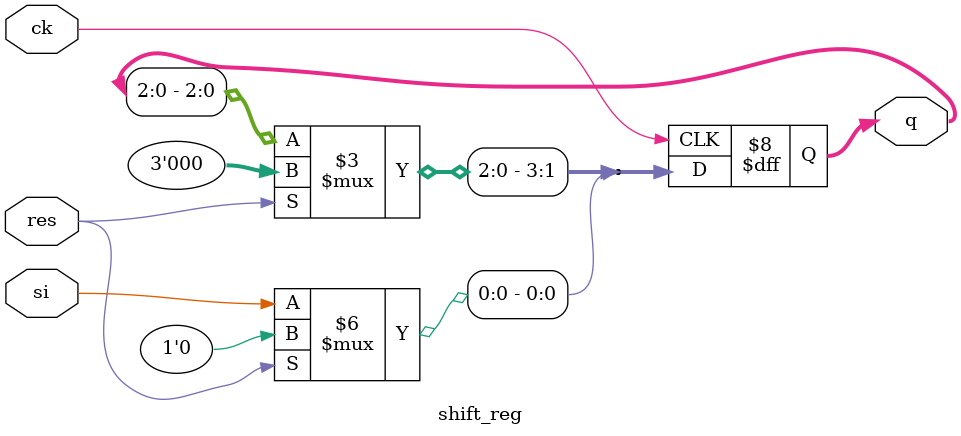
<source format=v>
module shift_reg (ck, res, si, q);
    input ck, res, si;
    output [3:0] q;
    reg [3:0] q;

    always @(posedge ck) begin
        if(res)
            q <= 4'h0;
        else begin
            q[3:1]  = q[2:0];
            q[0]    = si;
        end
    end
    
endmodule
</source>
